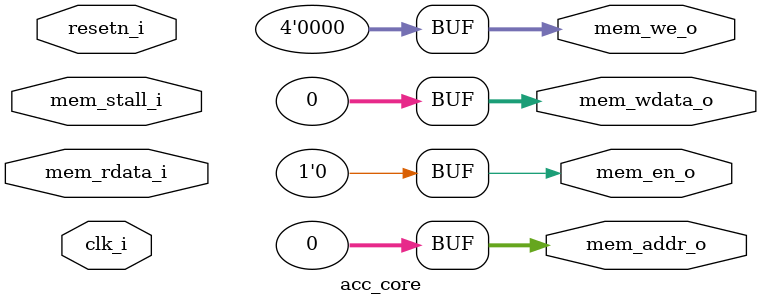
<source format=v>

module acc_core #(
    parameter MEM_DATA_SIZE = 32,
    parameter MEM_ADDR_SIZE = 32
)
(
    input  wire                       clk_i,
    input  wire                       resetn_i,

    output wire                       mem_en_o,
	output wire [MEM_DATA_SIZE/8-1:0] mem_we_o,
    output wire   [MEM_ADDR_SIZE-1:0] mem_addr_o,
	output wire   [MEM_DATA_SIZE-1:0] mem_wdata_o,
	input  wire   [MEM_DATA_SIZE-1:0] mem_rdata_i,
    input  wire                       mem_stall_i
);

//nothing in here yet
assign mem_en_o = 1'b0;
assign mem_we_o = {(MEM_DATA_SIZE/8){1'b0}};
assign mem_addr_o = {MEM_ADDR_SIZE{1'b0}};
assign mem_wdata_o = {MEM_DATA_SIZE{1'b0}};



endmodule

</source>
